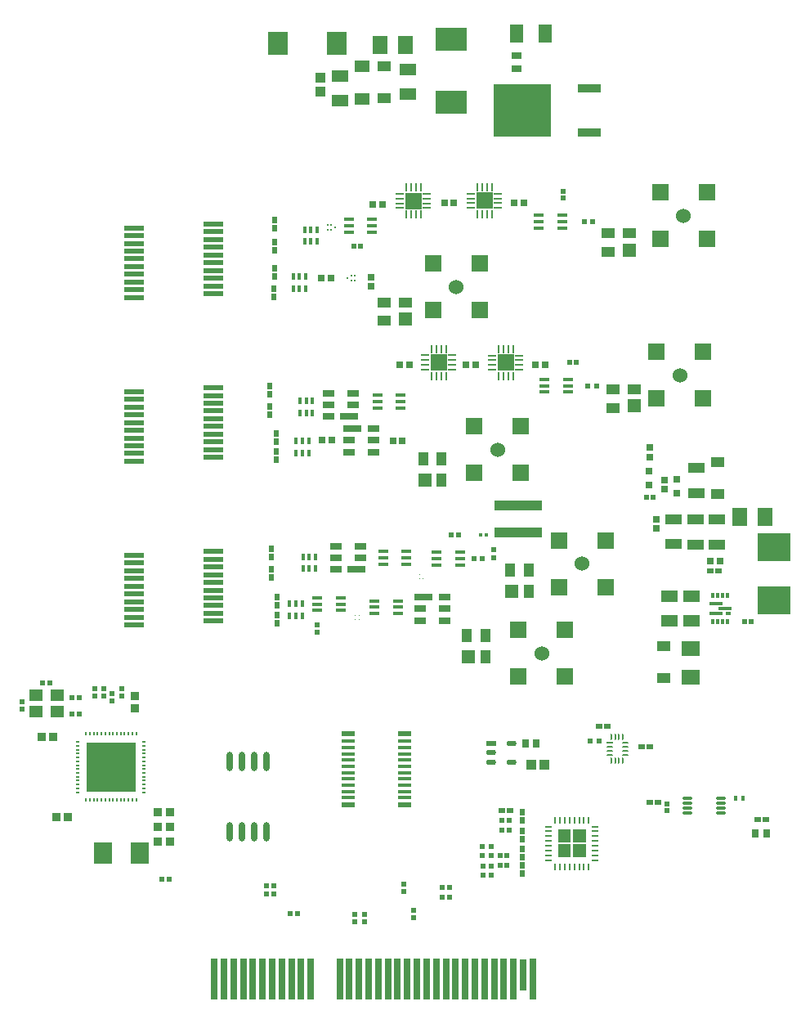
<source format=gbr>
G04*
G04 #@! TF.GenerationSoftware,Altium Limited,Altium Designer,24.9.1 (31)*
G04*
G04 Layer_Color=8421504*
%FSLAX25Y25*%
%MOIN*%
G70*
G04*
G04 #@! TF.SameCoordinates,8C3FED30-37FA-4A54-8C90-A1F039295453*
G04*
G04*
G04 #@! TF.FilePolarity,Positive*
G04*
G01*
G75*
%ADD16C,0.00492*%
%ADD17R,0.07700X0.02800*%
%ADD18R,0.04600X0.02700*%
%ADD19R,0.01400X0.02800*%
%ADD20O,0.01968X0.00787*%
%ADD21R,0.20472X0.20472*%
%ADD22O,0.00787X0.01968*%
%ADD23R,0.07874X0.01968*%
%ADD24R,0.05315X0.02362*%
%ADD25R,0.05315X0.01575*%
%ADD26R,0.00792X0.01091*%
%ADD27R,0.02362X0.02559*%
%ADD28R,0.02559X0.02362*%
%ADD29R,0.07505X0.05924*%
%ADD30R,0.06717X0.04349*%
%ADD31R,0.02648X0.02816*%
%ADD32R,0.02288X0.02016*%
%ADD33R,0.02756X0.02756*%
%ADD34R,0.06717X0.04546*%
%ADD35R,0.01378X0.02362*%
%ADD36R,0.05512X0.01378*%
%ADD37R,0.02362X0.01378*%
%ADD38R,0.05906X0.07284*%
%ADD39R,0.02756X0.02559*%
%ADD40R,0.05315X0.04331*%
%ADD41R,0.02648X0.02911*%
%ADD42R,0.03150X0.03150*%
%ADD43R,0.02648X0.02631*%
%ADD44R,0.13780X0.11811*%
%ADD45R,0.07000X0.07000*%
%ADD46C,0.06000*%
%ADD47R,0.02423X0.02254*%
%ADD48R,0.05512X0.03937*%
%ADD49R,0.05512X0.05512*%
%ADD50R,0.04134X0.01772*%
%ADD51R,0.02992X0.02835*%
%ADD52R,0.01000X0.03200*%
%ADD53R,0.03200X0.01000*%
%ADD54R,0.03937X0.05512*%
%ADD55R,0.05512X0.05512*%
%ADD56R,0.02016X0.02288*%
%ADD57R,0.02835X0.02992*%
%ADD58R,0.19291X0.04331*%
%ADD59R,0.02254X0.02423*%
%ADD60R,0.01788X0.01428*%
G04:AMPARAMS|DCode=61|XSize=7.87mil|YSize=23.62mil|CornerRadius=1.97mil|HoleSize=0mil|Usage=FLASHONLY|Rotation=0.000|XOffset=0mil|YOffset=0mil|HoleType=Round|Shape=RoundedRectangle|*
%AMROUNDEDRECTD61*
21,1,0.00787,0.01968,0,0,0.0*
21,1,0.00394,0.02362,0,0,0.0*
1,1,0.00394,0.00197,-0.00984*
1,1,0.00394,-0.00197,-0.00984*
1,1,0.00394,-0.00197,0.00984*
1,1,0.00394,0.00197,0.00984*
%
%ADD61ROUNDEDRECTD61*%
G04:AMPARAMS|DCode=62|XSize=7.87mil|YSize=23.62mil|CornerRadius=1.97mil|HoleSize=0mil|Usage=FLASHONLY|Rotation=90.000|XOffset=0mil|YOffset=0mil|HoleType=Round|Shape=RoundedRectangle|*
%AMROUNDEDRECTD62*
21,1,0.00787,0.01968,0,0,90.0*
21,1,0.00394,0.02362,0,0,90.0*
1,1,0.00394,0.00984,0.00197*
1,1,0.00394,0.00984,-0.00197*
1,1,0.00394,-0.00984,-0.00197*
1,1,0.00394,-0.00984,0.00197*
%
%ADD62ROUNDEDRECTD62*%
G04:AMPARAMS|DCode=63|XSize=7.87mil|YSize=27.56mil|CornerRadius=1.97mil|HoleSize=0mil|Usage=FLASHONLY|Rotation=90.000|XOffset=0mil|YOffset=0mil|HoleType=Round|Shape=RoundedRectangle|*
%AMROUNDEDRECTD63*
21,1,0.00787,0.02362,0,0,90.0*
21,1,0.00394,0.02756,0,0,90.0*
1,1,0.00394,0.01181,0.00197*
1,1,0.00394,0.01181,-0.00197*
1,1,0.00394,-0.01181,-0.00197*
1,1,0.00394,-0.01181,0.00197*
%
%ADD63ROUNDEDRECTD63*%
%ADD64R,0.02165X0.02165*%
%ADD65R,0.07835X0.09173*%
%ADD66R,0.02800X0.16500*%
%ADD67O,0.02756X0.07874*%
%ADD68R,0.03563X0.03568*%
%ADD69R,0.02165X0.01968*%
%ADD70R,0.01968X0.02165*%
%ADD71R,0.05512X0.04724*%
%ADD72R,0.02047X0.02047*%
%ADD73R,0.02047X0.02047*%
%ADD74R,0.03568X0.03563*%
%ADD75R,0.07301X0.09000*%
G04:AMPARAMS|DCode=76|XSize=11.81mil|YSize=39.37mil|CornerRadius=1.95mil|HoleSize=0mil|Usage=FLASHONLY|Rotation=90.000|XOffset=0mil|YOffset=0mil|HoleType=Round|Shape=RoundedRectangle|*
%AMROUNDEDRECTD76*
21,1,0.01181,0.03547,0,0,90.0*
21,1,0.00791,0.03937,0,0,90.0*
1,1,0.00390,0.01774,0.00396*
1,1,0.00390,0.01774,-0.00396*
1,1,0.00390,-0.01774,-0.00396*
1,1,0.00390,-0.01774,0.00396*
%
%ADD76ROUNDEDRECTD76*%
%ADD77R,0.02953X0.03543*%
%ADD78R,0.01575X0.01968*%
%ADD79R,0.09800X0.03700*%
%ADD80R,0.23300X0.21700*%
%ADD81R,0.02165X0.02165*%
%ADD82R,0.04088X0.02095*%
G04:AMPARAMS|DCode=83|XSize=40.88mil|YSize=20.95mil|CornerRadius=10.48mil|HoleSize=0mil|Usage=FLASHONLY|Rotation=0.000|XOffset=0mil|YOffset=0mil|HoleType=Round|Shape=RoundedRectangle|*
%AMROUNDEDRECTD83*
21,1,0.04088,0.00000,0,0,0.0*
21,1,0.01993,0.02095,0,0,0.0*
1,1,0.02095,0.00996,0.00000*
1,1,0.02095,-0.00996,0.00000*
1,1,0.02095,-0.00996,0.00000*
1,1,0.02095,0.00996,0.00000*
%
%ADD83ROUNDEDRECTD83*%
G04:AMPARAMS|DCode=84|XSize=9.45mil|YSize=23.62mil|CornerRadius=1.98mil|HoleSize=0mil|Usage=FLASHONLY|Rotation=0.000|XOffset=0mil|YOffset=0mil|HoleType=Round|Shape=RoundedRectangle|*
%AMROUNDEDRECTD84*
21,1,0.00945,0.01965,0,0,0.0*
21,1,0.00548,0.02362,0,0,0.0*
1,1,0.00397,0.00274,-0.00983*
1,1,0.00397,-0.00274,-0.00983*
1,1,0.00397,-0.00274,0.00983*
1,1,0.00397,0.00274,0.00983*
%
%ADD84ROUNDEDRECTD84*%
G04:AMPARAMS|DCode=85|XSize=23.62mil|YSize=9.45mil|CornerRadius=1.98mil|HoleSize=0mil|Usage=FLASHONLY|Rotation=0.000|XOffset=0mil|YOffset=0mil|HoleType=Round|Shape=RoundedRectangle|*
%AMROUNDEDRECTD85*
21,1,0.02362,0.00548,0,0,0.0*
21,1,0.01965,0.00945,0,0,0.0*
1,1,0.00397,0.00983,-0.00274*
1,1,0.00397,-0.00983,-0.00274*
1,1,0.00397,-0.00983,0.00274*
1,1,0.00397,0.00983,0.00274*
%
%ADD85ROUNDEDRECTD85*%
%ADD86R,0.06299X0.04921*%
%ADD87R,0.12992X0.09449*%
%ADD88R,0.05709X0.07480*%
%ADD89R,0.03937X0.02835*%
%ADD90R,0.04331X0.04134*%
%ADD91R,0.02953X0.03347*%
%ADD92R,0.04134X0.04331*%
%ADD93R,0.02800X0.12600*%
G36*
X290339Y-351529D02*
Y-346608D01*
Y-346569D01*
X290369Y-346497D01*
X290424Y-346441D01*
X290496Y-346411D01*
X290536D01*
D01*
X295457D01*
X295496D01*
X295568Y-346441D01*
X295624Y-346497D01*
X295654Y-346569D01*
Y-346608D01*
D01*
Y-351529D01*
Y-351569D01*
X295624Y-351641D01*
X295568Y-351696D01*
X295496Y-351726D01*
X295457D01*
D01*
X290536D01*
X290496D01*
X290424Y-351696D01*
X290369Y-351641D01*
X290339Y-351569D01*
Y-351529D01*
D01*
D02*
G37*
G36*
X295654Y-345427D02*
Y-345466D01*
X295624Y-345538D01*
X295568Y-345594D01*
X295496Y-345624D01*
X295457D01*
D01*
X290536D01*
X290496D01*
X290424Y-345594D01*
X290369Y-345538D01*
X290339Y-345466D01*
Y-345427D01*
D01*
Y-340506D01*
Y-340467D01*
X290369Y-340394D01*
X290424Y-340339D01*
X290496Y-340309D01*
X290536D01*
D01*
X295457D01*
X295496D01*
X295568Y-340339D01*
X295624Y-340394D01*
X295654Y-340467D01*
Y-340506D01*
D01*
Y-345427D01*
D02*
G37*
G36*
X296638Y-351726D02*
X296599D01*
X296527Y-351696D01*
X296471Y-351641D01*
X296441Y-351569D01*
Y-351529D01*
D01*
Y-346608D01*
Y-346569D01*
X296471Y-346497D01*
X296527Y-346441D01*
X296599Y-346411D01*
X296638D01*
D01*
X301559D01*
X301598D01*
X301671Y-346441D01*
X301726Y-346497D01*
X301756Y-346569D01*
Y-346608D01*
D01*
Y-351529D01*
Y-351569D01*
X301726Y-351641D01*
X301671Y-351696D01*
X301598Y-351726D01*
X301559D01*
D01*
X296638D01*
D02*
G37*
G36*
X301756Y-345427D02*
Y-345466D01*
X301726Y-345538D01*
X301671Y-345594D01*
X301598Y-345624D01*
X301559D01*
D01*
X296638D01*
X296599D01*
X296527Y-345594D01*
X296471Y-345538D01*
X296441Y-345466D01*
Y-345427D01*
D01*
Y-340506D01*
Y-340467D01*
X296471Y-340394D01*
X296527Y-340339D01*
X296599Y-340309D01*
X296638D01*
D01*
X301559D01*
X301598D01*
X301671Y-340339D01*
X301726Y-340394D01*
X301756Y-340467D01*
Y-340506D01*
D01*
Y-345427D01*
D02*
G37*
D16*
X235504Y-234913D02*
G03*
X235504Y-234913I-246J0D01*
G01*
Y-236488D02*
G03*
X235504Y-236488I-246J0D01*
G01*
Y-238063D02*
G03*
X235504Y-238063I-246J0D01*
G01*
X233929D02*
G03*
X233929Y-238063I-246J0D01*
G01*
Y-236488D02*
G03*
X233929Y-236488I-246J0D01*
G01*
Y-234913D02*
G03*
X233929Y-234913I-246J0D01*
G01*
X207770Y-256286D02*
G03*
X207770Y-256286I-246J0D01*
G01*
Y-254711D02*
G03*
X207770Y-254711I-246J0D01*
G01*
Y-253137D02*
G03*
X207770Y-253137I-246J0D01*
G01*
X209345D02*
G03*
X209345Y-253137I-246J0D01*
G01*
Y-254711D02*
G03*
X209345Y-254711I-246J0D01*
G01*
Y-256286D02*
G03*
X209345Y-256286I-246J0D01*
G01*
D17*
X205137Y-171912D02*
D03*
X235552Y-245696D02*
D03*
X206599Y-177018D02*
D03*
X208312Y-234394D02*
D03*
D18*
X206687Y-167187D02*
D03*
Y-162463D02*
D03*
X196687D02*
D03*
Y-167187D02*
D03*
Y-171912D02*
D03*
X244002Y-245696D02*
D03*
Y-250420D02*
D03*
Y-255145D02*
D03*
X234002D02*
D03*
Y-250420D02*
D03*
X215049Y-177018D02*
D03*
Y-181743D02*
D03*
Y-186467D02*
D03*
X205049D02*
D03*
Y-181743D02*
D03*
X199861Y-234394D02*
D03*
Y-229669D02*
D03*
Y-224945D02*
D03*
X209861D02*
D03*
Y-229669D02*
D03*
D19*
X192141Y-100781D02*
D03*
X189582D02*
D03*
X187023D02*
D03*
Y-95881D02*
D03*
X189582D02*
D03*
X192141D02*
D03*
X190240Y-170654D02*
D03*
X187681D02*
D03*
X185122D02*
D03*
Y-165754D02*
D03*
X187681D02*
D03*
X190240D02*
D03*
X191486Y-234037D02*
D03*
X188927D02*
D03*
X186368D02*
D03*
Y-229137D02*
D03*
X188927D02*
D03*
X191486D02*
D03*
X185992Y-253311D02*
D03*
X183432D02*
D03*
X180874D02*
D03*
Y-248411D02*
D03*
X183432D02*
D03*
X185992D02*
D03*
X187477Y-119919D02*
D03*
X184918D02*
D03*
X182359D02*
D03*
Y-115019D02*
D03*
X184918D02*
D03*
X187477D02*
D03*
X188719Y-186918D02*
D03*
X186160D02*
D03*
X183601D02*
D03*
Y-182018D02*
D03*
X186160D02*
D03*
X188719D02*
D03*
D20*
X121602Y-304685D02*
D03*
Y-306259D02*
D03*
Y-325157D02*
D03*
Y-323582D02*
D03*
Y-322007D02*
D03*
Y-320433D02*
D03*
Y-318858D02*
D03*
Y-317283D02*
D03*
Y-315708D02*
D03*
Y-314133D02*
D03*
Y-312559D02*
D03*
Y-310984D02*
D03*
Y-309409D02*
D03*
Y-307834D02*
D03*
X94634Y-304685D02*
D03*
Y-306259D02*
D03*
Y-307834D02*
D03*
Y-309409D02*
D03*
Y-310984D02*
D03*
Y-312559D02*
D03*
Y-314133D02*
D03*
Y-315708D02*
D03*
Y-317283D02*
D03*
Y-318858D02*
D03*
Y-320433D02*
D03*
Y-322007D02*
D03*
Y-323582D02*
D03*
Y-325157D02*
D03*
D21*
X108118Y-314921D02*
D03*
D22*
X118354Y-301437D02*
D03*
X116780D02*
D03*
X115205D02*
D03*
X113630D02*
D03*
X112055D02*
D03*
X110480D02*
D03*
X108906D02*
D03*
X107331D02*
D03*
X105756D02*
D03*
X104181D02*
D03*
X102606D02*
D03*
X101032D02*
D03*
X99457D02*
D03*
X97882D02*
D03*
Y-328405D02*
D03*
X99457D02*
D03*
X101032D02*
D03*
X102606D02*
D03*
X104181D02*
D03*
X105756D02*
D03*
X107331D02*
D03*
X108906D02*
D03*
X110480D02*
D03*
X112055D02*
D03*
X113630D02*
D03*
X115205D02*
D03*
X116780D02*
D03*
X118354D02*
D03*
D23*
X117527Y-190244D02*
D03*
Y-187094D02*
D03*
Y-183945D02*
D03*
Y-180795D02*
D03*
Y-177646D02*
D03*
Y-174496D02*
D03*
Y-171346D02*
D03*
Y-168197D02*
D03*
Y-165047D02*
D03*
Y-161898D02*
D03*
X149810Y-188669D02*
D03*
Y-185520D02*
D03*
Y-182370D02*
D03*
Y-179220D02*
D03*
Y-176071D02*
D03*
Y-172921D02*
D03*
Y-169772D02*
D03*
Y-166622D02*
D03*
Y-163472D02*
D03*
Y-160323D02*
D03*
X117527Y-123527D02*
D03*
Y-120378D02*
D03*
Y-117228D02*
D03*
Y-114079D02*
D03*
Y-110929D02*
D03*
Y-107779D02*
D03*
Y-104630D02*
D03*
Y-101480D02*
D03*
Y-98331D02*
D03*
Y-95181D02*
D03*
X149810Y-121953D02*
D03*
Y-118803D02*
D03*
Y-115653D02*
D03*
Y-112504D02*
D03*
Y-109354D02*
D03*
Y-106205D02*
D03*
Y-103055D02*
D03*
Y-99905D02*
D03*
Y-96756D02*
D03*
Y-93606D02*
D03*
Y-227039D02*
D03*
Y-230189D02*
D03*
Y-233339D02*
D03*
Y-236488D02*
D03*
Y-239638D02*
D03*
Y-242787D02*
D03*
Y-245937D02*
D03*
Y-249087D02*
D03*
Y-252236D02*
D03*
Y-255386D02*
D03*
X117527Y-228614D02*
D03*
Y-231764D02*
D03*
Y-234913D02*
D03*
Y-238063D02*
D03*
Y-241213D02*
D03*
Y-244362D02*
D03*
Y-247512D02*
D03*
Y-250661D02*
D03*
Y-253811D02*
D03*
Y-256961D02*
D03*
D24*
X204718Y-301413D02*
D03*
Y-330350D02*
D03*
X227749D02*
D03*
Y-301413D02*
D03*
D25*
X204718Y-304365D02*
D03*
Y-306925D02*
D03*
Y-309484D02*
D03*
Y-312043D02*
D03*
Y-314602D02*
D03*
Y-317161D02*
D03*
Y-319720D02*
D03*
Y-322279D02*
D03*
Y-324838D02*
D03*
Y-327397D02*
D03*
X227749D02*
D03*
Y-324838D02*
D03*
Y-322279D02*
D03*
Y-319720D02*
D03*
Y-317161D02*
D03*
Y-314602D02*
D03*
Y-312043D02*
D03*
Y-309484D02*
D03*
Y-306925D02*
D03*
Y-304365D02*
D03*
D26*
X204492Y-115685D02*
D03*
X206008Y-116669D02*
D03*
Y-114701D02*
D03*
X207523Y-116669D02*
D03*
Y-114701D02*
D03*
X199451Y-94877D02*
D03*
X197935Y-93893D02*
D03*
Y-95861D02*
D03*
X196419Y-93893D02*
D03*
Y-95861D02*
D03*
D27*
X174722Y-100791D02*
D03*
Y-104138D02*
D03*
Y-95279D02*
D03*
Y-91933D02*
D03*
X172851Y-167801D02*
D03*
Y-171147D02*
D03*
Y-162849D02*
D03*
Y-159502D02*
D03*
X173557Y-234132D02*
D03*
Y-237479D02*
D03*
Y-229226D02*
D03*
Y-225879D02*
D03*
X174722Y-114995D02*
D03*
Y-111648D02*
D03*
X174583Y-119792D02*
D03*
Y-123138D02*
D03*
X175777Y-256202D02*
D03*
Y-252856D02*
D03*
X175841Y-248824D02*
D03*
Y-245477D02*
D03*
X175460Y-186280D02*
D03*
Y-189626D02*
D03*
X175380Y-182164D02*
D03*
Y-178818D02*
D03*
X275809Y-358263D02*
D03*
Y-354916D02*
D03*
Y-348142D02*
D03*
Y-351489D02*
D03*
X275785Y-344266D02*
D03*
Y-340919D02*
D03*
Y-333361D02*
D03*
Y-336708D02*
D03*
D28*
X327858Y-329339D02*
D03*
X331205D02*
D03*
X352519Y-235039D02*
D03*
X355865D02*
D03*
X310377Y-298120D02*
D03*
X307030D02*
D03*
X324535Y-306683D02*
D03*
X327881D02*
D03*
X371734Y-336314D02*
D03*
X375081D02*
D03*
X270736Y-332718D02*
D03*
X267390D02*
D03*
D29*
X344442Y-266480D02*
D03*
Y-278297D02*
D03*
D30*
X346903Y-203161D02*
D03*
Y-192919D02*
D03*
X337485Y-224112D02*
D03*
Y-213870D02*
D03*
X355288Y-224229D02*
D03*
Y-213987D02*
D03*
X346472Y-224229D02*
D03*
Y-213987D02*
D03*
D31*
X333707Y-198004D02*
D03*
Y-201773D02*
D03*
D32*
X326409Y-204892D02*
D03*
X329287D02*
D03*
X369208Y-255548D02*
D03*
X366330D02*
D03*
X207050Y-102623D02*
D03*
X209928D02*
D03*
X297871Y-150013D02*
D03*
X294992D02*
D03*
X246881Y-220289D02*
D03*
X249759D02*
D03*
X243234Y-367930D02*
D03*
X246112D02*
D03*
X243234Y-364039D02*
D03*
X246112D02*
D03*
X267495Y-336726D02*
D03*
X270373D02*
D03*
X267495Y-340548D02*
D03*
X270373D02*
D03*
X266723Y-350939D02*
D03*
X269601D02*
D03*
X266723Y-354916D02*
D03*
X269601D02*
D03*
D33*
X338910Y-197609D02*
D03*
Y-203120D02*
D03*
D34*
X335879Y-255194D02*
D03*
Y-245149D02*
D03*
X344934Y-255238D02*
D03*
Y-245192D02*
D03*
X201384Y-43403D02*
D03*
Y-33358D02*
D03*
X229208Y-40661D02*
D03*
Y-30616D02*
D03*
D35*
X353612Y-255530D02*
D03*
X355581D02*
D03*
X357549D02*
D03*
X359518D02*
D03*
Y-244900D02*
D03*
X357549D02*
D03*
X355581D02*
D03*
X353612D02*
D03*
D36*
X354793Y-248247D02*
D03*
Y-252184D02*
D03*
X358336Y-250215D02*
D03*
D37*
X359911Y-252184D02*
D03*
D38*
X364521Y-213028D02*
D03*
X374954D02*
D03*
X228257Y-20605D02*
D03*
X217824D02*
D03*
D39*
X356364Y-230857D02*
D03*
X352623D02*
D03*
D40*
X333469Y-265634D02*
D03*
Y-278626D02*
D03*
X355581Y-203590D02*
D03*
Y-190597D02*
D03*
X219519Y-42135D02*
D03*
Y-29143D02*
D03*
D41*
X330426Y-213787D02*
D03*
Y-217461D02*
D03*
D42*
X327553Y-200046D02*
D03*
Y-194141D02*
D03*
D43*
X327848Y-184704D02*
D03*
Y-188658D02*
D03*
D44*
X378399Y-247083D02*
D03*
Y-225429D02*
D03*
D45*
X349599Y-164733D02*
D03*
X330599D02*
D03*
X349599Y-145733D02*
D03*
X330599D02*
D03*
X241711Y-150013D02*
D03*
X269143Y-150090D02*
D03*
X260388Y-84114D02*
D03*
X231461Y-84154D02*
D03*
X275300Y-195109D02*
D03*
X256300D02*
D03*
X275300Y-176109D02*
D03*
X256300D02*
D03*
X293171Y-278042D02*
D03*
X274171D02*
D03*
X293171Y-259042D02*
D03*
X274171D02*
D03*
X309798Y-241606D02*
D03*
X290798D02*
D03*
X309798Y-222606D02*
D03*
X290798D02*
D03*
X351081Y-99732D02*
D03*
X332081D02*
D03*
X351081Y-80732D02*
D03*
X332081D02*
D03*
X258338Y-128733D02*
D03*
X239338D02*
D03*
X258338Y-109733D02*
D03*
X239338D02*
D03*
D46*
X340099Y-155233D02*
D03*
X265800Y-185609D02*
D03*
X283671Y-268542D02*
D03*
X300298Y-232106D02*
D03*
X341581Y-90232D02*
D03*
X248838Y-119233D02*
D03*
D47*
X302640Y-159466D02*
D03*
X306015D02*
D03*
X301069Y-92604D02*
D03*
X304444D02*
D03*
X259468Y-229967D02*
D03*
X256093D02*
D03*
D48*
X312841Y-168470D02*
D03*
Y-160990D02*
D03*
X321502D02*
D03*
X319339Y-97441D02*
D03*
X310678D02*
D03*
Y-104921D02*
D03*
X228082Y-125496D02*
D03*
X219421D02*
D03*
Y-132976D02*
D03*
D49*
X321502Y-167683D02*
D03*
X319339Y-104134D02*
D03*
X228082Y-132189D02*
D03*
D50*
X294365Y-156907D02*
D03*
Y-159466D02*
D03*
Y-162025D02*
D03*
X284916D02*
D03*
Y-159466D02*
D03*
Y-156907D02*
D03*
X205167Y-96836D02*
D03*
Y-94277D02*
D03*
Y-91718D02*
D03*
X214615D02*
D03*
Y-94277D02*
D03*
Y-96836D02*
D03*
X292055Y-90045D02*
D03*
Y-92604D02*
D03*
Y-95163D02*
D03*
X282607D02*
D03*
Y-92604D02*
D03*
Y-90045D02*
D03*
X216689Y-168485D02*
D03*
Y-165927D02*
D03*
Y-163367D02*
D03*
X226138D02*
D03*
Y-165927D02*
D03*
Y-168485D02*
D03*
X219165Y-232228D02*
D03*
Y-229669D02*
D03*
Y-227110D02*
D03*
X228614D02*
D03*
Y-229669D02*
D03*
Y-232228D02*
D03*
X250387Y-227346D02*
D03*
Y-229905D02*
D03*
Y-232464D02*
D03*
X240938D02*
D03*
Y-229905D02*
D03*
Y-227346D02*
D03*
X192307Y-251083D02*
D03*
Y-248524D02*
D03*
Y-245965D02*
D03*
X201755D02*
D03*
Y-248524D02*
D03*
Y-251083D02*
D03*
X225040Y-247185D02*
D03*
Y-249745D02*
D03*
Y-252304D02*
D03*
X215591D02*
D03*
Y-249745D02*
D03*
Y-247185D02*
D03*
D51*
X252958Y-151115D02*
D03*
X256816D02*
D03*
X225870Y-150998D02*
D03*
X229729D02*
D03*
X281190Y-151115D02*
D03*
X285048D02*
D03*
X272610Y-85062D02*
D03*
X276468D02*
D03*
X244042Y-85083D02*
D03*
X247901D02*
D03*
X214860Y-85571D02*
D03*
X218719D02*
D03*
X197772Y-115606D02*
D03*
X193914D02*
D03*
X226975Y-181872D02*
D03*
X223116D02*
D03*
X198046Y-181743D02*
D03*
X194188D02*
D03*
D52*
X244664Y-155513D02*
D03*
X242695D02*
D03*
X240727D02*
D03*
X238758D02*
D03*
Y-144513D02*
D03*
X240727D02*
D03*
X242695D02*
D03*
X244664D02*
D03*
X272096Y-155589D02*
D03*
X270127D02*
D03*
X268159D02*
D03*
X266190D02*
D03*
Y-144589D02*
D03*
X268159D02*
D03*
X270127D02*
D03*
X272096D02*
D03*
X263341Y-89614D02*
D03*
X261372D02*
D03*
X259404D02*
D03*
X257435D02*
D03*
Y-78614D02*
D03*
X259404D02*
D03*
X261372D02*
D03*
X263341D02*
D03*
X234413Y-89654D02*
D03*
X232445D02*
D03*
X230476D02*
D03*
X228508D02*
D03*
Y-78654D02*
D03*
X230476D02*
D03*
X232445D02*
D03*
X234413D02*
D03*
D53*
X236211Y-152966D02*
D03*
Y-150998D02*
D03*
Y-149029D02*
D03*
Y-147061D02*
D03*
X247211D02*
D03*
Y-149029D02*
D03*
Y-150998D02*
D03*
Y-152966D02*
D03*
X263643Y-153042D02*
D03*
Y-151074D02*
D03*
Y-149105D02*
D03*
Y-147137D02*
D03*
X274643D02*
D03*
Y-149105D02*
D03*
Y-151074D02*
D03*
Y-153042D02*
D03*
X254888Y-87067D02*
D03*
Y-85099D02*
D03*
Y-83130D02*
D03*
Y-81162D02*
D03*
X265888D02*
D03*
Y-83130D02*
D03*
Y-85099D02*
D03*
Y-87067D02*
D03*
X225961Y-87107D02*
D03*
Y-85138D02*
D03*
Y-83170D02*
D03*
Y-81201D02*
D03*
X236961D02*
D03*
Y-83170D02*
D03*
Y-85138D02*
D03*
Y-87107D02*
D03*
D54*
X270864Y-234547D02*
D03*
X278344D02*
D03*
Y-243208D02*
D03*
X260679Y-269973D02*
D03*
Y-261312D02*
D03*
X253199D02*
D03*
X242838Y-198098D02*
D03*
Y-189437D02*
D03*
X235358D02*
D03*
D55*
X271651Y-243208D02*
D03*
X253986Y-269973D02*
D03*
X236145Y-198098D02*
D03*
D56*
X292511Y-80223D02*
D03*
Y-83101D02*
D03*
X192132Y-256998D02*
D03*
Y-259876D02*
D03*
D57*
X214079Y-118997D02*
D03*
Y-115138D02*
D03*
D58*
X274016Y-208268D02*
D03*
Y-219291D02*
D03*
D59*
X264228Y-229545D02*
D03*
Y-226170D02*
D03*
D60*
X258795Y-220289D02*
D03*
X261191D02*
D03*
D61*
X312147Y-302746D02*
D03*
X313722D02*
D03*
X315297D02*
D03*
X316872D02*
D03*
Y-312195D02*
D03*
X315297D02*
D03*
X313722D02*
D03*
X312147D02*
D03*
D62*
X317659Y-305108D02*
D03*
Y-306683D02*
D03*
Y-308258D02*
D03*
Y-309833D02*
D03*
X311360D02*
D03*
Y-308258D02*
D03*
Y-306683D02*
D03*
D63*
X311557Y-305108D02*
D03*
D64*
X303568Y-304442D02*
D03*
X307112D02*
D03*
D65*
X200023Y-19934D02*
D03*
X176322D02*
D03*
D66*
X150181Y-401427D02*
D03*
X154118D02*
D03*
X158055D02*
D03*
X161992D02*
D03*
X165929D02*
D03*
X169866D02*
D03*
X173803D02*
D03*
X177740D02*
D03*
X181677D02*
D03*
X185614D02*
D03*
X189551D02*
D03*
X201362D02*
D03*
X205299D02*
D03*
X209236D02*
D03*
X213173D02*
D03*
X217110D02*
D03*
X221047D02*
D03*
X224984D02*
D03*
X228921D02*
D03*
X232858D02*
D03*
X236795D02*
D03*
X240732D02*
D03*
X244669D02*
D03*
X248606D02*
D03*
X252543D02*
D03*
X256480D02*
D03*
X260417D02*
D03*
X264354D02*
D03*
X268291D02*
D03*
X272228D02*
D03*
X280102D02*
D03*
D67*
X156615Y-341304D02*
D03*
X161615D02*
D03*
X166615D02*
D03*
X171615D02*
D03*
X156615Y-312761D02*
D03*
X161615D02*
D03*
X166615D02*
D03*
X171615D02*
D03*
D68*
X127320Y-345359D02*
D03*
X132049D02*
D03*
X127320Y-339307D02*
D03*
X132049D02*
D03*
X127320Y-333394D02*
D03*
X132049D02*
D03*
X90427Y-335177D02*
D03*
X85698D02*
D03*
X84652Y-302507D02*
D03*
X79924D02*
D03*
D69*
X128791Y-360539D02*
D03*
X131744D02*
D03*
X95126Y-293118D02*
D03*
X92173D02*
D03*
X95126Y-286541D02*
D03*
X92173D02*
D03*
X184215Y-374572D02*
D03*
X181262D02*
D03*
X171616Y-363224D02*
D03*
X174569D02*
D03*
Y-366670D02*
D03*
X171616D02*
D03*
D70*
X112324Y-286000D02*
D03*
Y-283047D02*
D03*
X108627Y-288018D02*
D03*
Y-285065D02*
D03*
X101616Y-286000D02*
D03*
Y-283047D02*
D03*
X105214Y-286000D02*
D03*
Y-283047D02*
D03*
X334656Y-329795D02*
D03*
Y-332747D02*
D03*
X211641Y-374971D02*
D03*
X207555D02*
D03*
Y-377924D02*
D03*
X227627Y-362732D02*
D03*
Y-365684D02*
D03*
X231458Y-373448D02*
D03*
Y-376401D02*
D03*
X211641Y-377924D02*
D03*
D71*
X77362Y-292447D02*
D03*
X86023D02*
D03*
Y-285754D02*
D03*
X77362D02*
D03*
D72*
X71713Y-288138D02*
D03*
Y-291287D02*
D03*
D73*
X80162Y-280507D02*
D03*
X83311D02*
D03*
D74*
X117853Y-290816D02*
D03*
Y-286087D02*
D03*
D75*
X119783Y-349860D02*
D03*
X104884D02*
D03*
D76*
X356680Y-333462D02*
D03*
Y-331493D02*
D03*
Y-329525D02*
D03*
Y-327556D02*
D03*
X343294Y-333462D02*
D03*
Y-331493D02*
D03*
Y-329525D02*
D03*
Y-327556D02*
D03*
D77*
X375590Y-341791D02*
D03*
X370866D02*
D03*
D78*
X362830Y-327669D02*
D03*
X365980D02*
D03*
D79*
X303153Y-56265D02*
D03*
Y-38265D02*
D03*
D80*
X275903Y-47265D02*
D03*
D81*
X259634Y-350829D02*
D03*
Y-347286D02*
D03*
X259978Y-355258D02*
D03*
Y-358801D02*
D03*
X263185Y-358801D02*
D03*
Y-355258D02*
D03*
X263071Y-347308D02*
D03*
Y-350852D02*
D03*
D82*
X263066Y-305321D02*
D03*
D83*
Y-309061D02*
D03*
Y-312801D02*
D03*
X271461D02*
D03*
Y-305321D02*
D03*
D84*
X289158Y-336569D02*
D03*
X291126D02*
D03*
X293095D02*
D03*
X295063D02*
D03*
X297032D02*
D03*
X299000D02*
D03*
X300969D02*
D03*
X302937D02*
D03*
Y-355466D02*
D03*
X300969D02*
D03*
X299000D02*
D03*
X297032D02*
D03*
X295063D02*
D03*
X293095D02*
D03*
X291126D02*
D03*
X289158D02*
D03*
D85*
X305496Y-339128D02*
D03*
Y-341096D02*
D03*
Y-343065D02*
D03*
Y-345033D02*
D03*
Y-347002D02*
D03*
Y-348970D02*
D03*
Y-350939D02*
D03*
Y-352907D02*
D03*
X286599D02*
D03*
Y-350939D02*
D03*
Y-348970D02*
D03*
Y-347002D02*
D03*
Y-345033D02*
D03*
Y-343065D02*
D03*
Y-341096D02*
D03*
Y-339128D02*
D03*
D86*
X210560Y-29340D02*
D03*
Y-42725D02*
D03*
D87*
X246838Y-44100D02*
D03*
Y-18116D02*
D03*
D88*
X285215Y-15966D02*
D03*
X273601D02*
D03*
D89*
X273404Y-24899D02*
D03*
Y-30332D02*
D03*
D90*
X193623Y-34019D02*
D03*
Y-39530D02*
D03*
D91*
X277068Y-305234D02*
D03*
X281596D02*
D03*
D92*
X279405Y-313848D02*
D03*
X284917D02*
D03*
D93*
X276165Y-399477D02*
D03*
M02*

</source>
